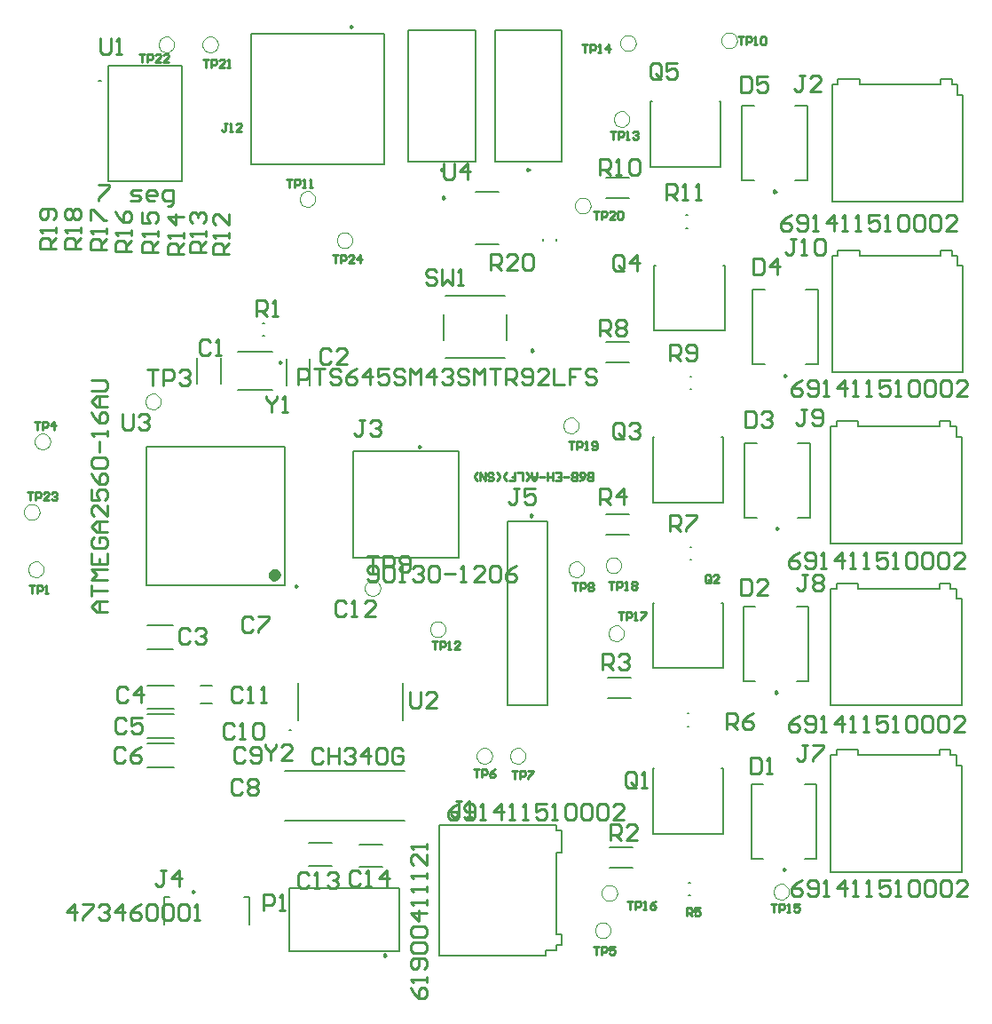
<source format=gbr>
G04*
G04 #@! TF.GenerationSoftware,Altium Limited,Altium Designer,24.6.1 (21)*
G04*
G04 Layer_Color=65535*
%FSLAX25Y25*%
%MOIN*%
G70*
G04*
G04 #@! TF.SameCoordinates,02B8DA6F-49FF-4BAE-8194-33363A00AC8D*
G04*
G04*
G04 #@! TF.FilePolarity,Positive*
G04*
G01*
G75*
%ADD10C,0.00984*%
%ADD11C,0.00394*%
%ADD12C,0.02362*%
%ADD13C,0.00787*%
%ADD14C,0.00500*%
%ADD15C,0.01000*%
D10*
X468492Y450661D02*
X467754Y451088D01*
Y450235D01*
X468492Y450661D01*
X534894Y397079D02*
X534156Y397505D01*
Y396653D01*
X534894Y397079D01*
X502394D02*
X501655Y397505D01*
Y396653D01*
X502394Y397079D01*
X535992Y267232D02*
X535254Y267658D01*
Y266806D01*
X535992Y267232D01*
X447610Y240721D02*
X446872Y241147D01*
Y240294D01*
X447610Y240721D01*
X503154Y386520D02*
X502415Y386946D01*
Y386093D01*
X503154Y386520D01*
X493933Y293071D02*
X493195Y293497D01*
Y292645D01*
X493933Y293071D01*
X480992Y102114D02*
X480254Y102540D01*
Y101688D01*
X480992Y102114D01*
X408988Y126035D02*
X408250Y126462D01*
Y125609D01*
X408988Y126035D01*
X536252Y329142D02*
X535514Y329568D01*
Y328715D01*
X536252Y329142D01*
X441744Y324650D02*
X441006Y325076D01*
Y324223D01*
X441744Y324650D01*
X627529Y388791D02*
X626791Y389217D01*
Y388365D01*
X627529Y388791D01*
X627992Y200791D02*
X627254Y201218D01*
Y200365D01*
X627992Y200791D01*
X630992Y134291D02*
X630254Y134718D01*
Y133865D01*
X630992Y134291D01*
X628492Y262291D02*
X627754Y262718D01*
Y261865D01*
X628492Y262291D01*
X631492Y319673D02*
X630754Y320099D01*
Y319247D01*
X631492Y319673D01*
D11*
X574953Y444500D02*
X574793Y445459D01*
X574330Y446314D01*
X573615Y446972D01*
X572725Y447362D01*
X571756Y447443D01*
X570814Y447204D01*
X570000Y446672D01*
X569403Y445905D01*
X569088Y444986D01*
Y444014D01*
X569403Y443095D01*
X570000Y442328D01*
X570814Y441796D01*
X571756Y441557D01*
X572725Y441638D01*
X573615Y442028D01*
X574330Y442686D01*
X574793Y443541D01*
X574953Y444500D01*
X632453Y126000D02*
X632293Y126959D01*
X631830Y127814D01*
X631115Y128472D01*
X630225Y128862D01*
X629256Y128943D01*
X628314Y128704D01*
X627500Y128172D01*
X626903Y127405D01*
X626587Y126486D01*
Y125514D01*
X626903Y124595D01*
X627500Y123828D01*
X628314Y123296D01*
X629256Y123057D01*
X630225Y123138D01*
X631115Y123528D01*
X631830Y124186D01*
X632293Y125041D01*
X632453Y126000D01*
X569453Y248500D02*
X569293Y249459D01*
X568830Y250314D01*
X568115Y250972D01*
X567225Y251362D01*
X566256Y251443D01*
X565314Y251204D01*
X564500Y250672D01*
X563903Y249905D01*
X563588Y248986D01*
Y248014D01*
X563903Y247095D01*
X564500Y246328D01*
X565314Y245796D01*
X566256Y245557D01*
X567225Y245638D01*
X568115Y246028D01*
X568830Y246686D01*
X569293Y247541D01*
X569453Y248500D01*
X570453Y223000D02*
X570293Y223959D01*
X569830Y224814D01*
X569115Y225472D01*
X568225Y225862D01*
X567256Y225943D01*
X566314Y225704D01*
X565500Y225172D01*
X564903Y224405D01*
X564587Y223486D01*
Y222514D01*
X564903Y221595D01*
X565500Y220828D01*
X566314Y220296D01*
X567256Y220057D01*
X568225Y220138D01*
X569115Y220528D01*
X569830Y221186D01*
X570293Y222041D01*
X570453Y223000D01*
X567953Y125500D02*
X567793Y126459D01*
X567330Y127314D01*
X566615Y127972D01*
X565725Y128362D01*
X564756Y128443D01*
X563814Y128204D01*
X563000Y127672D01*
X562403Y126905D01*
X562087Y125986D01*
Y125014D01*
X562403Y124095D01*
X563000Y123328D01*
X563814Y122796D01*
X564756Y122557D01*
X565725Y122638D01*
X566615Y123028D01*
X567330Y123686D01*
X567793Y124541D01*
X567953Y125500D01*
X557953Y383500D02*
X557793Y384459D01*
X557330Y385314D01*
X556615Y385972D01*
X555725Y386362D01*
X554756Y386443D01*
X553814Y386204D01*
X553000Y385672D01*
X552403Y384905D01*
X552087Y383986D01*
Y383014D01*
X552403Y382095D01*
X553000Y381328D01*
X553814Y380796D01*
X554756Y380557D01*
X555725Y380638D01*
X556615Y381028D01*
X557330Y381686D01*
X557793Y382541D01*
X557953Y383500D01*
X553453Y301000D02*
X553293Y301959D01*
X552830Y302814D01*
X552115Y303472D01*
X551225Y303862D01*
X550256Y303943D01*
X549314Y303704D01*
X548500Y303172D01*
X547903Y302405D01*
X547587Y301486D01*
Y300514D01*
X547903Y299595D01*
X548500Y298828D01*
X549314Y298296D01*
X550256Y298057D01*
X551225Y298138D01*
X552115Y298528D01*
X552830Y299186D01*
X553293Y300041D01*
X553453Y301000D01*
X520953Y177000D02*
X520793Y177959D01*
X520330Y178814D01*
X519615Y179472D01*
X518725Y179862D01*
X517756Y179943D01*
X516814Y179704D01*
X516000Y179172D01*
X515403Y178405D01*
X515088Y177486D01*
Y176514D01*
X515403Y175595D01*
X516000Y174828D01*
X516814Y174296D01*
X517756Y174057D01*
X518725Y174138D01*
X519615Y174528D01*
X520330Y175186D01*
X520793Y176041D01*
X520953Y177000D01*
X533453D02*
X533293Y177959D01*
X532830Y178814D01*
X532115Y179472D01*
X531225Y179862D01*
X530256Y179943D01*
X529314Y179704D01*
X528500Y179172D01*
X527903Y178405D01*
X527588Y177486D01*
Y176514D01*
X527903Y175595D01*
X528500Y174828D01*
X529314Y174296D01*
X530256Y174057D01*
X531225Y174138D01*
X532115Y174528D01*
X532830Y175186D01*
X533293Y176041D01*
X533453Y177000D01*
X555453Y247000D02*
X555293Y247959D01*
X554830Y248814D01*
X554115Y249472D01*
X553225Y249862D01*
X552256Y249943D01*
X551314Y249704D01*
X550500Y249172D01*
X549903Y248405D01*
X549587Y247486D01*
Y246514D01*
X549903Y245595D01*
X550500Y244828D01*
X551314Y244296D01*
X552256Y244057D01*
X553225Y244138D01*
X554115Y244528D01*
X554830Y245186D01*
X555293Y246041D01*
X555453Y247000D01*
X454453Y386000D02*
X454293Y386959D01*
X453830Y387814D01*
X453115Y388472D01*
X452225Y388862D01*
X451256Y388943D01*
X450314Y388704D01*
X449500Y388172D01*
X448903Y387405D01*
X448588Y386486D01*
Y385514D01*
X448903Y384595D01*
X449500Y383828D01*
X450314Y383296D01*
X451256Y383057D01*
X452225Y383138D01*
X453115Y383528D01*
X453830Y384186D01*
X454293Y385041D01*
X454453Y386000D01*
X612953Y445500D02*
X612793Y446459D01*
X612330Y447314D01*
X611615Y447972D01*
X610725Y448362D01*
X609756Y448443D01*
X608814Y448204D01*
X608000Y447672D01*
X607403Y446905D01*
X607088Y445986D01*
Y445014D01*
X607403Y444095D01*
X608000Y443328D01*
X608814Y442796D01*
X609756Y442557D01*
X610725Y442638D01*
X611615Y443028D01*
X612330Y443686D01*
X612793Y444541D01*
X612953Y445500D01*
X478953Y240000D02*
X478793Y240959D01*
X478330Y241814D01*
X477615Y242472D01*
X476725Y242862D01*
X475756Y242943D01*
X474814Y242704D01*
X474000Y242172D01*
X473403Y241405D01*
X473088Y240486D01*
Y239514D01*
X473403Y238595D01*
X474000Y237828D01*
X474814Y237296D01*
X475756Y237057D01*
X476725Y237138D01*
X477615Y237528D01*
X478330Y238186D01*
X478793Y239041D01*
X478953Y240000D01*
X503453Y224500D02*
X503293Y225459D01*
X502830Y226314D01*
X502115Y226972D01*
X501225Y227362D01*
X500256Y227443D01*
X499314Y227204D01*
X498500Y226672D01*
X497903Y225905D01*
X497587Y224986D01*
Y224014D01*
X497903Y223095D01*
X498500Y222328D01*
X499314Y221796D01*
X500256Y221557D01*
X501225Y221638D01*
X502115Y222028D01*
X502830Y222686D01*
X503293Y223541D01*
X503453Y224500D01*
X572453Y416000D02*
X572293Y416959D01*
X571830Y417814D01*
X571115Y418472D01*
X570225Y418862D01*
X569256Y418943D01*
X568314Y418704D01*
X567500Y418172D01*
X566903Y417405D01*
X566587Y416486D01*
Y415514D01*
X566903Y414595D01*
X567500Y413828D01*
X568314Y413296D01*
X569256Y413057D01*
X570225Y413138D01*
X571115Y413528D01*
X571830Y414186D01*
X572293Y415041D01*
X572453Y416000D01*
X396453Y310000D02*
X396293Y310959D01*
X395830Y311814D01*
X395115Y312472D01*
X394225Y312862D01*
X393256Y312943D01*
X392314Y312704D01*
X391500Y312172D01*
X390903Y311405D01*
X390587Y310486D01*
Y309514D01*
X390903Y308595D01*
X391500Y307828D01*
X392314Y307296D01*
X393256Y307057D01*
X394225Y307138D01*
X395115Y307528D01*
X395830Y308186D01*
X396293Y309041D01*
X396453Y310000D01*
X354953Y295000D02*
X354793Y295959D01*
X354330Y296814D01*
X353615Y297472D01*
X352725Y297862D01*
X351756Y297943D01*
X350814Y297704D01*
X350000Y297172D01*
X349403Y296405D01*
X349088Y295486D01*
Y294514D01*
X349403Y293595D01*
X350000Y292828D01*
X350814Y292296D01*
X351756Y292057D01*
X352725Y292138D01*
X353615Y292528D01*
X354330Y293186D01*
X354793Y294041D01*
X354953Y295000D01*
X565453Y111500D02*
X565293Y112459D01*
X564830Y113314D01*
X564115Y113972D01*
X563225Y114362D01*
X562256Y114443D01*
X561314Y114204D01*
X560500Y113672D01*
X559903Y112905D01*
X559587Y111986D01*
Y111014D01*
X559903Y110095D01*
X560500Y109328D01*
X561314Y108796D01*
X562256Y108557D01*
X563225Y108638D01*
X564115Y109028D01*
X564830Y109686D01*
X565293Y110541D01*
X565453Y111500D01*
X417953Y444000D02*
X417793Y444959D01*
X417330Y445814D01*
X416615Y446472D01*
X415725Y446862D01*
X414756Y446943D01*
X413814Y446704D01*
X413000Y446172D01*
X412403Y445405D01*
X412087Y444486D01*
Y443514D01*
X412403Y442595D01*
X413000Y441828D01*
X413814Y441296D01*
X414756Y441057D01*
X415725Y441138D01*
X416615Y441528D01*
X417330Y442186D01*
X417793Y443041D01*
X417953Y444000D01*
X401453D02*
X401293Y444959D01*
X400830Y445814D01*
X400115Y446472D01*
X399225Y446862D01*
X398256Y446943D01*
X397314Y446704D01*
X396500Y446172D01*
X395903Y445405D01*
X395587Y444486D01*
Y443514D01*
X395903Y442595D01*
X396500Y441828D01*
X397314Y441296D01*
X398256Y441057D01*
X399225Y441138D01*
X400115Y441528D01*
X400830Y442186D01*
X401293Y443041D01*
X401453Y444000D01*
X350953Y268500D02*
X350793Y269459D01*
X350330Y270314D01*
X349615Y270972D01*
X348725Y271362D01*
X347756Y271443D01*
X346814Y271204D01*
X346000Y270672D01*
X345403Y269905D01*
X345088Y268986D01*
Y268014D01*
X345403Y267095D01*
X346000Y266328D01*
X346814Y265796D01*
X347756Y265557D01*
X348725Y265638D01*
X349615Y266028D01*
X350330Y266686D01*
X350793Y267541D01*
X350953Y268500D01*
X468453Y370500D02*
X468293Y371459D01*
X467830Y372314D01*
X467115Y372972D01*
X466225Y373362D01*
X465256Y373443D01*
X464314Y373204D01*
X463500Y372672D01*
X462903Y371905D01*
X462587Y370986D01*
Y370014D01*
X462903Y369095D01*
X463500Y368328D01*
X464314Y367796D01*
X465256Y367557D01*
X466225Y367638D01*
X467115Y368028D01*
X467830Y368686D01*
X468293Y369541D01*
X468453Y370500D01*
X352453Y247000D02*
X352293Y247959D01*
X351830Y248814D01*
X351115Y249472D01*
X350225Y249862D01*
X349256Y249943D01*
X348314Y249704D01*
X347500Y249172D01*
X346903Y248405D01*
X346587Y247486D01*
Y246514D01*
X346903Y245595D01*
X347500Y244828D01*
X348314Y244296D01*
X349256Y244057D01*
X350225Y244138D01*
X351115Y244528D01*
X351830Y245186D01*
X352293Y246041D01*
X352453Y247000D01*
D12*
X440228Y244953D02*
X439784Y245876D01*
X438784Y246104D01*
X437983Y245465D01*
Y244440D01*
X438784Y243801D01*
X439784Y244029D01*
X440228Y244953D01*
D13*
X373965Y430248D02*
X373177D01*
X373965D01*
X445413Y186673D02*
X444626D01*
X445413D01*
X648029Y195885D02*
Y239822D01*
Y195885D02*
X697241D01*
Y235885D01*
X648029Y239822D02*
X650194D01*
Y241791D01*
X658462D01*
Y239822D02*
Y241791D01*
X695273Y235885D02*
X697241D01*
X695273D02*
Y239822D01*
X693107D02*
X695273D01*
X693107D02*
Y241791D01*
X688974D02*
X693107D01*
X688974Y239822D02*
Y241791D01*
X658462Y239822D02*
X688974D01*
X658462Y300598D02*
X688974D01*
Y302567D01*
X693107D01*
Y300598D02*
Y302567D01*
Y300598D02*
X695273D01*
Y296661D02*
Y300598D01*
Y296661D02*
X697241D01*
X658462Y300598D02*
Y302566D01*
X650194D02*
X658462D01*
X650194Y300598D02*
Y302566D01*
X648029Y300598D02*
X650194D01*
X697241Y256661D02*
Y296661D01*
X648029Y256661D02*
X697241D01*
X648029D02*
Y300598D01*
X648565Y320885D02*
Y364822D01*
Y320885D02*
X697778D01*
Y360885D01*
X648565Y364822D02*
X650731D01*
Y366791D01*
X658998D01*
Y364822D02*
Y366791D01*
X695809Y360885D02*
X697778D01*
X695809D02*
Y364822D01*
X693644D02*
X695809D01*
X693644D02*
Y366791D01*
X689510D02*
X693644D01*
X689510Y364822D02*
Y366791D01*
X658998Y364822D02*
X689510D01*
X648565Y385161D02*
Y429098D01*
Y385161D02*
X697778D01*
Y425161D01*
X648565Y429098D02*
X650731D01*
Y431066D01*
X658998D01*
Y429098D02*
Y431066D01*
X695809Y425161D02*
X697778D01*
X695809D02*
Y429098D01*
X693644D02*
X695809D01*
X693644D02*
Y431067D01*
X689510D02*
X693644D01*
X689510Y429098D02*
Y431067D01*
X658998Y429098D02*
X689510D01*
X480500Y398890D02*
Y448102D01*
X430501Y398890D02*
X480499D01*
X430501D02*
Y448102D01*
X480500D01*
X521902Y449342D02*
X547098D01*
X521902Y400130D02*
Y449342D01*
Y400130D02*
X547098D01*
Y449342D01*
X489402D02*
X514598D01*
X489402Y400130D02*
Y449342D01*
Y400130D02*
X514598D01*
Y449342D01*
X581252Y209974D02*
Y234463D01*
Y209974D02*
X607748D01*
Y234463D01*
X607176D02*
X607748D01*
X581252D02*
X581824D01*
X526839Y264870D02*
X541799D01*
X526839Y195972D02*
Y264870D01*
Y195972D02*
X541799D01*
Y264870D01*
X411429Y196653D02*
X415760D01*
X411429Y203346D02*
X415760D01*
X563669Y386311D02*
X572331D01*
X563669Y393989D02*
X572331D01*
X442984Y241016D02*
Y292984D01*
X391016Y241016D02*
Y292984D01*
Y241016D02*
X442984D01*
X391016Y292984D02*
X442984D01*
X544961Y370364D02*
Y370936D01*
X540039Y370364D02*
Y370936D01*
X514669Y369158D02*
X523331D01*
X514669Y388843D02*
X523331D01*
X508224Y251201D02*
Y291201D01*
X468657Y251201D02*
X508224D01*
X468657D02*
Y291201D01*
X508224D01*
X501032Y151106D02*
X544969D01*
X501032Y101894D02*
Y151106D01*
Y101894D02*
X541032D01*
X544969Y148941D02*
Y151106D01*
Y148941D02*
X546937D01*
Y140673D02*
Y148941D01*
X544969Y140673D02*
X546937D01*
X541032Y101894D02*
Y103862D01*
X544969D01*
Y106028D01*
X546937D01*
Y110161D01*
X544969D02*
X546937D01*
X544969D02*
Y140673D01*
X444831Y103787D02*
Y127213D01*
X486169D01*
Y103787D02*
Y127213D01*
X444831Y103787D02*
X486169D01*
X564295Y206339D02*
X572957D01*
X564295Y198661D02*
X572957D01*
X565169Y142839D02*
X573831D01*
X565169Y135161D02*
X573831D01*
X452122Y144232D02*
X460783D01*
X452122Y135768D02*
X460783D01*
X471169Y135268D02*
X479831D01*
X471169Y143732D02*
X479831D01*
X397787Y124067D02*
X399638D01*
X427787D02*
X429638D01*
Y113535D02*
Y124067D01*
X397787Y113535D02*
Y124067D01*
X391493Y192634D02*
X401359D01*
X391493Y183776D02*
X401359D01*
X391493Y203429D02*
X401359D01*
X391493Y194571D02*
X401359D01*
X391209Y225929D02*
X401076D01*
X391209Y217071D02*
X401076D01*
X503378Y326189D02*
X525622D01*
X502689Y333177D02*
Y342823D01*
X503378Y349811D02*
X525622D01*
X526311Y333177D02*
Y342823D01*
X425504Y314413D02*
X438496D01*
X425504Y328587D02*
X438496D01*
X434669Y334539D02*
X435457D01*
X434669Y339461D02*
X435457D01*
X443630Y316047D02*
Y325914D01*
X452488Y316047D02*
Y325914D01*
X418929Y316567D02*
Y326433D01*
X410071Y316567D02*
Y326433D01*
X391493Y181665D02*
X401360D01*
X391493Y172807D02*
X401360D01*
X581252Y172223D02*
X581824D01*
X607176D02*
X607748D01*
Y147735D02*
Y172223D01*
X581252Y147735D02*
X607748D01*
X581252D02*
Y172223D01*
X594214Y188039D02*
X594786D01*
X594214Y192961D02*
X594786D01*
X595214Y250539D02*
X595786D01*
X595214Y255461D02*
X595786D01*
X581252Y296605D02*
X581824D01*
X607176D02*
X607748D01*
Y272117D02*
Y296605D01*
X581252Y272117D02*
X607748D01*
X581252D02*
Y296605D01*
X581789Y361105D02*
X582360D01*
X607713D02*
X608285D01*
Y336617D02*
Y361105D01*
X581789Y336617D02*
X608285D01*
X581789D02*
Y361105D01*
X593751Y375039D02*
X594322D01*
X593751Y379961D02*
X594322D01*
X580289Y422605D02*
X580860D01*
X606213D02*
X606785D01*
Y398117D02*
Y422605D01*
X580289Y398117D02*
X606785D01*
X580289D02*
Y422605D01*
X614793Y393004D02*
Y420996D01*
X634812D02*
X639281D01*
X614793D02*
X619261D01*
X639281Y393004D02*
Y420996D01*
X634812Y393004D02*
X639281D01*
X614793D02*
X619261D01*
X615256Y205004D02*
Y232996D01*
X635276D02*
X639744D01*
X615256D02*
X619724D01*
X639744Y205004D02*
Y232996D01*
X635276Y205004D02*
X639744D01*
X615256D02*
X619724D01*
X618256Y138504D02*
Y166496D01*
X638276D02*
X642744D01*
X618256D02*
X622724D01*
X642744Y138504D02*
Y166496D01*
X638276Y138504D02*
X642744D01*
X618256D02*
X622724D01*
X648029Y133385D02*
Y177322D01*
Y133385D02*
X697241D01*
Y173385D01*
X648029Y177322D02*
X650194D01*
Y179291D01*
X658462D01*
Y177322D02*
Y179291D01*
X695273Y173385D02*
X697241D01*
X695273D02*
Y177322D01*
X693107D02*
X695273D01*
X693107D02*
Y179291D01*
X688974D02*
X693107D01*
X688974Y177322D02*
Y179291D01*
X658462Y177322D02*
X688974D01*
X594714Y124539D02*
X595286D01*
X594714Y129461D02*
X595286D01*
X563669Y332489D02*
X572331D01*
X563669Y324811D02*
X572331D01*
X615756Y266504D02*
X620224D01*
X635776D02*
X640244D01*
Y294496D01*
X615756D02*
X620224D01*
X635776D02*
X640244D01*
X615756Y266504D02*
Y294496D01*
X563669Y260161D02*
X572331D01*
X563669Y267839D02*
X572331D01*
X618756Y323886D02*
X623224D01*
X638776D02*
X643244D01*
Y351878D01*
X618756D02*
X623224D01*
X638776D02*
X643244D01*
X618756Y323886D02*
Y351878D01*
X595214Y319461D02*
X595786D01*
X595214Y314539D02*
X595786D01*
D14*
X376524Y436154D02*
X404476D01*
Y392846D02*
Y436154D01*
X376524Y392846D02*
X404476D01*
X376524D02*
Y436154D01*
X443059Y152748D02*
X487941D01*
X443059Y171252D02*
X487941D01*
X487362Y190512D02*
Y204488D01*
X447992Y190512D02*
Y204488D01*
D15*
X636509Y191999D02*
X634510Y190999D01*
X632511Y189000D01*
Y187001D01*
X633510Y186001D01*
X635510D01*
X636509Y187001D01*
Y188000D01*
X635510Y189000D01*
X632511D01*
X638509Y187001D02*
X639508Y186001D01*
X641508D01*
X642507Y187001D01*
Y190999D01*
X641508Y191999D01*
X639508D01*
X638509Y190999D01*
Y190000D01*
X639508Y189000D01*
X642507D01*
X644507Y186001D02*
X646506D01*
X645506D01*
Y191999D01*
X644507Y190999D01*
X652504Y186001D02*
Y191999D01*
X649505Y189000D01*
X653504D01*
X655503Y186001D02*
X657503D01*
X656503D01*
Y191999D01*
X655503Y190999D01*
X660502Y186001D02*
X662501D01*
X661501D01*
Y191999D01*
X660502Y190999D01*
X669499Y191999D02*
X665500D01*
Y189000D01*
X667499Y190000D01*
X668499D01*
X669499Y189000D01*
Y187001D01*
X668499Y186001D01*
X666500D01*
X665500Y187001D01*
X671498Y186001D02*
X673497D01*
X672498D01*
Y191999D01*
X671498Y190999D01*
X676496D02*
X677496Y191999D01*
X679495D01*
X680495Y190999D01*
Y187001D01*
X679495Y186001D01*
X677496D01*
X676496Y187001D01*
Y190999D01*
X682494D02*
X683494Y191999D01*
X685494D01*
X686493Y190999D01*
Y187001D01*
X685494Y186001D01*
X683494D01*
X682494Y187001D01*
Y190999D01*
X688493D02*
X689492Y191999D01*
X691492D01*
X692491Y190999D01*
Y187001D01*
X691492Y186001D01*
X689492D01*
X688493Y187001D01*
Y190999D01*
X698489Y186001D02*
X694491D01*
X698489Y190000D01*
Y190999D01*
X697490Y191999D01*
X695490D01*
X694491Y190999D01*
X639500Y244999D02*
X637501D01*
X638501D01*
Y240001D01*
X637501Y239001D01*
X636501D01*
X635502Y240001D01*
X641500Y243999D02*
X642499Y244999D01*
X644499D01*
X645498Y243999D01*
Y243000D01*
X644499Y242000D01*
X645498Y241000D01*
Y240001D01*
X644499Y239001D01*
X642499D01*
X641500Y240001D01*
Y241000D01*
X642499Y242000D01*
X641500Y243000D01*
Y243999D01*
X642499Y242000D02*
X644499D01*
X636509Y253499D02*
X634510Y252499D01*
X632511Y250500D01*
Y248501D01*
X633510Y247501D01*
X635510D01*
X636509Y248501D01*
Y249500D01*
X635510Y250500D01*
X632511D01*
X638509Y248501D02*
X639508Y247501D01*
X641508D01*
X642507Y248501D01*
Y252499D01*
X641508Y253499D01*
X639508D01*
X638509Y252499D01*
Y251500D01*
X639508Y250500D01*
X642507D01*
X644507Y247501D02*
X646506D01*
X645506D01*
Y253499D01*
X644507Y252499D01*
X652504Y247501D02*
Y253499D01*
X649505Y250500D01*
X653504D01*
X655503Y247501D02*
X657503D01*
X656503D01*
Y253499D01*
X655503Y252499D01*
X660502Y247501D02*
X662501D01*
X661501D01*
Y253499D01*
X660502Y252499D01*
X669499Y253499D02*
X665500D01*
Y250500D01*
X667499Y251500D01*
X668499D01*
X669499Y250500D01*
Y248501D01*
X668499Y247501D01*
X666500D01*
X665500Y248501D01*
X671498Y247501D02*
X673497D01*
X672498D01*
Y253499D01*
X671498Y252499D01*
X676496D02*
X677496Y253499D01*
X679495D01*
X680495Y252499D01*
Y248501D01*
X679495Y247501D01*
X677496D01*
X676496Y248501D01*
Y252499D01*
X682494D02*
X683494Y253499D01*
X685494D01*
X686493Y252499D01*
Y248501D01*
X685494Y247501D01*
X683494D01*
X682494Y248501D01*
Y252499D01*
X688493D02*
X689492Y253499D01*
X691492D01*
X692491Y252499D01*
Y248501D01*
X691492Y247501D01*
X689492D01*
X688493Y248501D01*
Y252499D01*
X698489Y247501D02*
X694491D01*
X698489Y251500D01*
Y252499D01*
X697490Y253499D01*
X695490D01*
X694491Y252499D01*
X639000Y306999D02*
X637001D01*
X638001D01*
Y302001D01*
X637001Y301001D01*
X636001D01*
X635002Y302001D01*
X641000D02*
X641999Y301001D01*
X643999D01*
X644998Y302001D01*
Y305999D01*
X643999Y306999D01*
X641999D01*
X641000Y305999D01*
Y305000D01*
X641999Y304000D01*
X644998D01*
X637509Y317999D02*
X635510Y316999D01*
X633511Y315000D01*
Y313001D01*
X634510Y312001D01*
X636510D01*
X637509Y313001D01*
Y314000D01*
X636510Y315000D01*
X633511D01*
X639509Y313001D02*
X640508Y312001D01*
X642508D01*
X643507Y313001D01*
Y316999D01*
X642508Y317999D01*
X640508D01*
X639509Y316999D01*
Y316000D01*
X640508Y315000D01*
X643507D01*
X645507Y312001D02*
X647506D01*
X646507D01*
Y317999D01*
X645507Y316999D01*
X653504Y312001D02*
Y317999D01*
X650505Y315000D01*
X654504D01*
X656503Y312001D02*
X658503D01*
X657503D01*
Y317999D01*
X656503Y316999D01*
X661502Y312001D02*
X663501D01*
X662501D01*
Y317999D01*
X661502Y316999D01*
X670499Y317999D02*
X666500D01*
Y315000D01*
X668499Y316000D01*
X669499D01*
X670499Y315000D01*
Y313001D01*
X669499Y312001D01*
X667500D01*
X666500Y313001D01*
X672498Y312001D02*
X674497D01*
X673498D01*
Y317999D01*
X672498Y316999D01*
X677496D02*
X678496Y317999D01*
X680496D01*
X681495Y316999D01*
Y313001D01*
X680496Y312001D01*
X678496D01*
X677496Y313001D01*
Y316999D01*
X683495D02*
X684494Y317999D01*
X686493D01*
X687493Y316999D01*
Y313001D01*
X686493Y312001D01*
X684494D01*
X683495Y313001D01*
Y316999D01*
X689493D02*
X690492Y317999D01*
X692492D01*
X693491Y316999D01*
Y313001D01*
X692492Y312001D01*
X690492D01*
X689493Y313001D01*
Y316999D01*
X699489Y312001D02*
X695491D01*
X699489Y316000D01*
Y316999D01*
X698490Y317999D01*
X696490D01*
X695491Y316999D01*
X635001Y370999D02*
X633002D01*
X634001D01*
Y366001D01*
X633002Y365001D01*
X632002D01*
X631002Y366001D01*
X637001Y365001D02*
X639000D01*
X638000D01*
Y370999D01*
X637001Y369999D01*
X641999D02*
X642999Y370999D01*
X644998D01*
X645998Y369999D01*
Y366001D01*
X644998Y365001D01*
X642999D01*
X641999Y366001D01*
Y369999D01*
X633509Y379999D02*
X631510Y378999D01*
X629511Y377000D01*
Y375001D01*
X630510Y374001D01*
X632510D01*
X633509Y375001D01*
Y376000D01*
X632510Y377000D01*
X629511D01*
X635509Y375001D02*
X636508Y374001D01*
X638508D01*
X639507Y375001D01*
Y378999D01*
X638508Y379999D01*
X636508D01*
X635509Y378999D01*
Y378000D01*
X636508Y377000D01*
X639507D01*
X641507Y374001D02*
X643506D01*
X642507D01*
Y379999D01*
X641507Y378999D01*
X649504Y374001D02*
Y379999D01*
X646505Y377000D01*
X650504D01*
X652503Y374001D02*
X654503D01*
X653503D01*
Y379999D01*
X652503Y378999D01*
X657502Y374001D02*
X659501D01*
X658501D01*
Y379999D01*
X657502Y378999D01*
X666499Y379999D02*
X662500D01*
Y377000D01*
X664499Y378000D01*
X665499D01*
X666499Y377000D01*
Y375001D01*
X665499Y374001D01*
X663500D01*
X662500Y375001D01*
X668498Y374001D02*
X670497D01*
X669498D01*
Y379999D01*
X668498Y378999D01*
X673496D02*
X674496Y379999D01*
X676496D01*
X677495Y378999D01*
Y375001D01*
X676496Y374001D01*
X674496D01*
X673496Y375001D01*
Y378999D01*
X679494D02*
X680494Y379999D01*
X682493D01*
X683493Y378999D01*
Y375001D01*
X682493Y374001D01*
X680494D01*
X679494Y375001D01*
Y378999D01*
X685493D02*
X686492Y379999D01*
X688492D01*
X689491Y378999D01*
Y375001D01*
X688492Y374001D01*
X686492D01*
X685493Y375001D01*
Y378999D01*
X695489Y374001D02*
X691491D01*
X695489Y378000D01*
Y378999D01*
X694490Y379999D01*
X692490D01*
X691491Y378999D01*
X638500Y432499D02*
X636501D01*
X637501D01*
Y427501D01*
X636501Y426501D01*
X635501D01*
X634502Y427501D01*
X644498Y426501D02*
X640500D01*
X644498Y430500D01*
Y431499D01*
X643499Y432499D01*
X641499D01*
X640500Y431499D01*
X421251Y414500D02*
X420251D01*
X420751D01*
Y412000D01*
X420251Y411501D01*
X419751D01*
X419251Y412000D01*
X422250Y411501D02*
X423250D01*
X422750D01*
Y414500D01*
X422250Y414000D01*
X426749Y411501D02*
X424749D01*
X426749Y413500D01*
Y414000D01*
X426249Y414500D01*
X425249D01*
X424749Y414000D01*
X603000Y242500D02*
Y244500D01*
X602500Y245000D01*
X601501D01*
X601001Y244500D01*
Y242500D01*
X601501Y242001D01*
X602500D01*
X602001Y243000D02*
X603000Y242001D01*
X602500D02*
X603000Y242500D01*
X605999Y242001D02*
X604000D01*
X605999Y244000D01*
Y244500D01*
X605499Y245000D01*
X604500D01*
X604000Y244500D01*
X558703Y280233D02*
Y283232D01*
X557204D01*
X556704Y282732D01*
Y282232D01*
X557204Y281732D01*
X558703D01*
X557204D01*
X556704Y281232D01*
Y280732D01*
X557204Y280233D01*
X558703D01*
X553705D02*
X554705Y280732D01*
X555704Y281732D01*
Y282732D01*
X555205Y283232D01*
X554205D01*
X553705Y282732D01*
Y282232D01*
X554205Y281732D01*
X555704D01*
X552705Y280233D02*
Y283232D01*
X551206D01*
X550706Y282732D01*
Y282232D01*
X551206Y281732D01*
X552705D01*
X551206D01*
X550706Y281232D01*
Y280732D01*
X551206Y280233D01*
X552705D01*
X549706Y281732D02*
X547707D01*
X544708Y280233D02*
X546707D01*
Y283232D01*
X544708D01*
X546707Y281732D02*
X545708D01*
X543708Y280233D02*
Y283232D01*
Y281732D01*
X541709D01*
Y280233D01*
Y283232D01*
X540709Y281732D02*
X538710D01*
X537710Y283232D02*
Y281232D01*
X536711Y280233D01*
X535711Y281232D01*
Y283232D01*
Y281732D01*
X537710D01*
X533711Y283232D02*
X534711Y282232D01*
Y281232D01*
X533711Y280233D01*
X532212D02*
Y283232D01*
X530213D01*
X527214Y280233D02*
X529213D01*
Y281732D01*
X528213D01*
X529213D01*
Y283232D01*
X526214D02*
X525214Y282232D01*
Y281232D01*
X526214Y280233D01*
X522715Y283232D02*
X523715Y282232D01*
Y281232D01*
X522715Y280233D01*
X519216Y280732D02*
X519716Y280233D01*
X520716D01*
X521216Y280732D01*
Y281232D01*
X520716Y281732D01*
X519716D01*
X519216Y282232D01*
Y282732D01*
X519716Y283232D01*
X520716D01*
X521216Y282732D01*
X518217Y283232D02*
Y280233D01*
X516217Y283232D01*
Y280233D01*
X515217Y283232D02*
X514218Y282232D01*
Y281232D01*
X515217Y280233D01*
X531099Y277198D02*
X529099D01*
X530099D01*
Y272200D01*
X529099Y271200D01*
X528100D01*
X527100Y272200D01*
X537097Y277198D02*
X533098D01*
Y274199D01*
X535097Y275199D01*
X536097D01*
X537097Y274199D01*
Y272200D01*
X536097Y271200D01*
X534098D01*
X533098Y272200D01*
X461002Y365000D02*
X463001D01*
X462002D01*
Y362000D01*
X464001D02*
Y365000D01*
X465500D01*
X466000Y364500D01*
Y363500D01*
X465500Y363000D01*
X464001D01*
X468999Y362000D02*
X467000D01*
X468999Y364000D01*
Y364500D01*
X468499Y365000D01*
X467500D01*
X467000Y364500D01*
X471498Y362000D02*
Y365000D01*
X469999Y363500D01*
X471998D01*
X346502Y275999D02*
X348501D01*
X347501D01*
Y273001D01*
X349501D02*
Y275999D01*
X351000D01*
X351500Y275500D01*
Y274500D01*
X351000Y274000D01*
X349501D01*
X354499Y273001D02*
X352500D01*
X354499Y275000D01*
Y275500D01*
X353999Y275999D01*
X353000D01*
X352500Y275500D01*
X355499D02*
X355999Y275999D01*
X356998D01*
X357498Y275500D01*
Y275000D01*
X356998Y274500D01*
X356499D01*
X356998D01*
X357498Y274000D01*
Y273500D01*
X356998Y273001D01*
X355999D01*
X355499Y273500D01*
X388502Y440499D02*
X390501D01*
X389502D01*
Y437500D01*
X391501D02*
Y440499D01*
X393000D01*
X393500Y440000D01*
Y439000D01*
X393000Y438500D01*
X391501D01*
X396499Y437500D02*
X394500D01*
X396499Y439500D01*
Y440000D01*
X395999Y440499D01*
X395000D01*
X394500Y440000D01*
X399498Y437500D02*
X397499D01*
X399498Y439500D01*
Y440000D01*
X398998Y440499D01*
X397999D01*
X397499Y440000D01*
X412502Y438499D02*
X414501D01*
X413501D01*
Y435500D01*
X415501D02*
Y438499D01*
X417000D01*
X417500Y438000D01*
Y437000D01*
X417000Y436500D01*
X415501D01*
X420499Y435500D02*
X418500D01*
X420499Y437500D01*
Y438000D01*
X419999Y438499D01*
X418999D01*
X418500Y438000D01*
X421499Y435500D02*
X422498D01*
X421999D01*
Y438499D01*
X421499Y438000D01*
X559002Y381500D02*
X561001D01*
X560002D01*
Y378501D01*
X562001D02*
Y381500D01*
X563500D01*
X564000Y381000D01*
Y380000D01*
X563500Y379500D01*
X562001D01*
X566999Y378501D02*
X565000D01*
X566999Y380500D01*
Y381000D01*
X566499Y381500D01*
X565500D01*
X565000Y381000D01*
X567999D02*
X568499Y381500D01*
X569498D01*
X569998Y381000D01*
Y379000D01*
X569498Y378501D01*
X568499D01*
X567999Y379000D01*
Y381000D01*
X549752Y295000D02*
X551751D01*
X550751D01*
Y292001D01*
X552751D02*
Y295000D01*
X554250D01*
X554750Y294500D01*
Y293500D01*
X554250Y293000D01*
X552751D01*
X555750Y292001D02*
X556749D01*
X556250D01*
Y295000D01*
X555750Y294500D01*
X558249Y292500D02*
X558749Y292001D01*
X559749D01*
X560248Y292500D01*
Y294500D01*
X559749Y295000D01*
X558749D01*
X558249Y294500D01*
Y294000D01*
X558749Y293500D01*
X560248D01*
X564752Y242499D02*
X566751D01*
X565751D01*
Y239500D01*
X567751D02*
Y242499D01*
X569250D01*
X569750Y242000D01*
Y241000D01*
X569250Y240500D01*
X567751D01*
X570750Y239500D02*
X571749D01*
X571250D01*
Y242499D01*
X570750Y242000D01*
X573249D02*
X573749Y242499D01*
X574749D01*
X575248Y242000D01*
Y241500D01*
X574749Y241000D01*
X575248Y240500D01*
Y240000D01*
X574749Y239500D01*
X573749D01*
X573249Y240000D01*
Y240500D01*
X573749Y241000D01*
X573249Y241500D01*
Y242000D01*
X573749Y241000D02*
X574749D01*
X568252Y230999D02*
X570251D01*
X569251D01*
Y228000D01*
X571251D02*
Y230999D01*
X572750D01*
X573250Y230500D01*
Y229500D01*
X572750Y229000D01*
X571251D01*
X574250Y228000D02*
X575249D01*
X574750D01*
Y230999D01*
X574250Y230500D01*
X576749Y230999D02*
X578748D01*
Y230500D01*
X576749Y228500D01*
Y228000D01*
X571752Y122500D02*
X573751D01*
X572751D01*
Y119501D01*
X574751D02*
Y122500D01*
X576250D01*
X576750Y122000D01*
Y121000D01*
X576250Y120500D01*
X574751D01*
X577750Y119501D02*
X578749D01*
X578250D01*
Y122500D01*
X577750Y122000D01*
X582248Y122500D02*
X581249Y122000D01*
X580249Y121000D01*
Y120000D01*
X580749Y119501D01*
X581748D01*
X582248Y120000D01*
Y120500D01*
X581748Y121000D01*
X580249D01*
X625752Y121500D02*
X627751D01*
X626751D01*
Y118500D01*
X628751D02*
Y121500D01*
X630250D01*
X630750Y121000D01*
Y120000D01*
X630250Y119500D01*
X628751D01*
X631750Y118500D02*
X632749D01*
X632250D01*
Y121500D01*
X631750Y121000D01*
X636248Y121500D02*
X634249D01*
Y120000D01*
X635249Y120500D01*
X635748D01*
X636248Y120000D01*
Y119000D01*
X635748Y118500D01*
X634749D01*
X634249Y119000D01*
X554752Y443999D02*
X556751D01*
X555751D01*
Y441001D01*
X557751D02*
Y443999D01*
X559250D01*
X559750Y443500D01*
Y442500D01*
X559250Y442000D01*
X557751D01*
X560750Y441001D02*
X561749D01*
X561250D01*
Y443999D01*
X560750Y443500D01*
X564748Y441001D02*
Y443999D01*
X563249Y442500D01*
X565248D01*
X565252Y411500D02*
X567251D01*
X566251D01*
Y408500D01*
X568251D02*
Y411500D01*
X569750D01*
X570250Y411000D01*
Y410000D01*
X569750Y409500D01*
X568251D01*
X571250Y408500D02*
X572249D01*
X571750D01*
Y411500D01*
X571250Y411000D01*
X573749D02*
X574249Y411500D01*
X575248D01*
X575748Y411000D01*
Y410500D01*
X575248Y410000D01*
X574749D01*
X575248D01*
X575748Y409500D01*
Y409000D01*
X575248Y408500D01*
X574249D01*
X573749Y409000D01*
X498252Y220000D02*
X500251D01*
X499251D01*
Y217001D01*
X501251D02*
Y220000D01*
X502750D01*
X503250Y219500D01*
Y218500D01*
X502750Y218000D01*
X501251D01*
X504250Y217001D02*
X505249D01*
X504750D01*
Y220000D01*
X504250Y219500D01*
X508748Y217001D02*
X506749D01*
X508748Y219000D01*
Y219500D01*
X508249Y220000D01*
X507249D01*
X506749Y219500D01*
X443751Y393499D02*
X445751D01*
X444751D01*
Y390500D01*
X446751D02*
Y393499D01*
X448250D01*
X448750Y393000D01*
Y392000D01*
X448250Y391500D01*
X446751D01*
X449750Y390500D02*
X450749D01*
X450249D01*
Y393499D01*
X449750Y393000D01*
X452249Y390500D02*
X453249D01*
X452749D01*
Y393499D01*
X452249Y393000D01*
X613252Y447000D02*
X615251D01*
X614251D01*
Y444000D01*
X616251D02*
Y447000D01*
X617750D01*
X618250Y446500D01*
Y445500D01*
X617750Y445000D01*
X616251D01*
X619250Y444000D02*
X620249D01*
X619750D01*
Y447000D01*
X619250Y446500D01*
X621749D02*
X622249Y447000D01*
X623248D01*
X623748Y446500D01*
Y444500D01*
X623248Y444000D01*
X622249D01*
X621749Y444500D01*
Y446500D01*
X473850Y252148D02*
X477849D01*
X475849D01*
Y246150D01*
X479848D02*
Y252148D01*
X482847D01*
X483847Y251148D01*
Y249149D01*
X482847Y248149D01*
X479848D01*
X485846Y247150D02*
X486846Y246150D01*
X488845D01*
X489845Y247150D01*
Y251148D01*
X488845Y252148D01*
X486846D01*
X485846Y251148D01*
Y250149D01*
X486846Y249149D01*
X489845D01*
X551001Y242000D02*
X553001D01*
X552001D01*
Y239001D01*
X554000D02*
Y242000D01*
X555500D01*
X556000Y241500D01*
Y240500D01*
X555500Y240000D01*
X554000D01*
X556999Y241500D02*
X557499Y242000D01*
X558499D01*
X558999Y241500D01*
Y241000D01*
X558499Y240500D01*
X558999Y240000D01*
Y239500D01*
X558499Y239001D01*
X557499D01*
X556999Y239500D01*
Y240000D01*
X557499Y240500D01*
X556999Y241000D01*
Y241500D01*
X557499Y240500D02*
X558499D01*
X528501Y171500D02*
X530501D01*
X529501D01*
Y168500D01*
X531500D02*
Y171500D01*
X533000D01*
X533500Y171000D01*
Y170000D01*
X533000Y169500D01*
X531500D01*
X534499Y171500D02*
X536499D01*
Y171000D01*
X534499Y169000D01*
Y168500D01*
X514001Y172000D02*
X516001D01*
X515001D01*
Y169000D01*
X517000D02*
Y172000D01*
X518500D01*
X519000Y171500D01*
Y170500D01*
X518500Y170000D01*
X517000D01*
X521999Y172000D02*
X520999Y171500D01*
X519999Y170500D01*
Y169500D01*
X520499Y169000D01*
X521499D01*
X521999Y169500D01*
Y170000D01*
X521499Y170500D01*
X519999D01*
X559001Y105499D02*
X561001D01*
X560001D01*
Y102500D01*
X562000D02*
Y105499D01*
X563500D01*
X564000Y105000D01*
Y104000D01*
X563500Y103500D01*
X562000D01*
X566999Y105499D02*
X564999D01*
Y104000D01*
X565999Y104500D01*
X566499D01*
X566999Y104000D01*
Y103000D01*
X566499Y102500D01*
X565499D01*
X564999Y103000D01*
X349001Y302500D02*
X351001D01*
X350001D01*
Y299500D01*
X352000D02*
Y302500D01*
X353500D01*
X354000Y302000D01*
Y301000D01*
X353500Y300500D01*
X352000D01*
X356499Y299500D02*
Y302500D01*
X354999Y301000D01*
X356999D01*
X391350Y322148D02*
X395349D01*
X393349D01*
Y316150D01*
X397348D02*
Y322148D01*
X400347D01*
X401347Y321148D01*
Y319149D01*
X400347Y318149D01*
X397348D01*
X403346Y321148D02*
X404346Y322148D01*
X406345D01*
X407345Y321148D01*
Y320149D01*
X406345Y319149D01*
X405345D01*
X406345D01*
X407345Y318149D01*
Y317150D01*
X406345Y316150D01*
X404346D01*
X403346Y317150D01*
X347001Y241000D02*
X349001D01*
X348001D01*
Y238000D01*
X350000D02*
Y241000D01*
X351500D01*
X351999Y240500D01*
Y239500D01*
X351500Y239000D01*
X350000D01*
X352999Y238000D02*
X353999D01*
X353499D01*
Y241000D01*
X352999Y240500D01*
X502650Y399248D02*
Y394250D01*
X503650Y393250D01*
X505649D01*
X506649Y394250D01*
Y399248D01*
X511647Y393250D02*
Y399248D01*
X508648Y396249D01*
X512647D01*
X520503Y359501D02*
Y365499D01*
X523502D01*
X524501Y364499D01*
Y362500D01*
X523502Y361500D01*
X520503D01*
X522502D02*
X524501Y359501D01*
X530499D02*
X526501D01*
X530499Y363500D01*
Y364499D01*
X529500Y365499D01*
X527500D01*
X526501Y364499D01*
X532499D02*
X533498Y365499D01*
X535498D01*
X536497Y364499D01*
Y360501D01*
X535498Y359501D01*
X533498D01*
X532499Y360501D01*
Y364499D01*
X561502Y334651D02*
Y340649D01*
X564501D01*
X565500Y339649D01*
Y337650D01*
X564501Y336650D01*
X561502D01*
X563501D02*
X565500Y334651D01*
X567500Y339649D02*
X568499Y340649D01*
X570499D01*
X571498Y339649D01*
Y338650D01*
X570499Y337650D01*
X571498Y336650D01*
Y335651D01*
X570499Y334651D01*
X568499D01*
X567500Y335651D01*
Y336650D01*
X568499Y337650D01*
X567500Y338650D01*
Y339649D01*
X568499Y337650D02*
X570499D01*
X356999Y367502D02*
X351001D01*
Y370501D01*
X352001Y371501D01*
X354000D01*
X355000Y370501D01*
Y367502D01*
Y369502D02*
X356999Y371501D01*
Y373500D02*
Y375500D01*
Y374500D01*
X351001D01*
X352001Y373500D01*
X355999Y378499D02*
X356999Y379499D01*
Y381498D01*
X355999Y382498D01*
X352001D01*
X351001Y381498D01*
Y379499D01*
X352001Y378499D01*
X353000D01*
X354000Y379499D01*
Y382498D01*
X366499Y367502D02*
X360501D01*
Y370501D01*
X361501Y371501D01*
X363500D01*
X364500Y370501D01*
Y367502D01*
Y369502D02*
X366499Y371501D01*
Y373500D02*
Y375500D01*
Y374500D01*
X360501D01*
X361501Y373500D01*
Y378499D02*
X360501Y379499D01*
Y381498D01*
X361501Y382498D01*
X362500D01*
X363500Y381498D01*
X364500Y382498D01*
X365499D01*
X366499Y381498D01*
Y379499D01*
X365499Y378499D01*
X364500D01*
X363500Y379499D01*
X362500Y378499D01*
X361501D01*
X363500Y379499D02*
Y381498D01*
X375999Y367002D02*
X370001D01*
Y370002D01*
X371001Y371001D01*
X373000D01*
X374000Y370002D01*
Y367002D01*
Y369002D02*
X375999Y371001D01*
Y373001D02*
Y375000D01*
Y374000D01*
X370001D01*
X371001Y373001D01*
X370001Y377999D02*
Y381998D01*
X371001D01*
X374999Y377999D01*
X375999D01*
X385499Y366502D02*
X379501D01*
Y369501D01*
X380501Y370501D01*
X382500D01*
X383500Y369501D01*
Y366502D01*
Y368502D02*
X385499Y370501D01*
Y372500D02*
Y374500D01*
Y373500D01*
X379501D01*
X380501Y372500D01*
X379501Y381498D02*
X380501Y379498D01*
X382500Y377499D01*
X384499D01*
X385499Y378499D01*
Y380498D01*
X384499Y381498D01*
X383500D01*
X382500Y380498D01*
Y377499D01*
X395499Y366002D02*
X389501D01*
Y369002D01*
X390501Y370001D01*
X392500D01*
X393500Y369002D01*
Y366002D01*
Y368002D02*
X395499Y370001D01*
Y372001D02*
Y374000D01*
Y373000D01*
X389501D01*
X390501Y372001D01*
X389501Y380998D02*
Y376999D01*
X392500D01*
X391500Y378998D01*
Y379998D01*
X392500Y380998D01*
X394499D01*
X395499Y379998D01*
Y377998D01*
X394499Y376999D01*
X404999Y365502D02*
X399001D01*
Y368501D01*
X400001Y369501D01*
X402000D01*
X403000Y368501D01*
Y365502D01*
Y367502D02*
X404999Y369501D01*
Y371500D02*
Y373500D01*
Y372500D01*
X399001D01*
X400001Y371500D01*
X404999Y379498D02*
X399001D01*
X402000Y376499D01*
Y380498D01*
X413499Y366002D02*
X407501D01*
Y369002D01*
X408501Y370001D01*
X410500D01*
X411500Y369002D01*
Y366002D01*
Y368002D02*
X413499Y370001D01*
Y372001D02*
Y374000D01*
Y373000D01*
X407501D01*
X408501Y372001D01*
Y376999D02*
X407501Y377998D01*
Y379998D01*
X408501Y380998D01*
X409500D01*
X410500Y379998D01*
Y378998D01*
Y379998D01*
X411500Y380998D01*
X412499D01*
X413499Y379998D01*
Y377998D01*
X412499Y376999D01*
X421999Y365502D02*
X416001D01*
Y368501D01*
X417001Y369501D01*
X419000D01*
X420000Y368501D01*
Y365502D01*
Y367502D02*
X421999Y369501D01*
Y371500D02*
Y373500D01*
Y372500D01*
X416001D01*
X417001Y371500D01*
X421999Y380498D02*
Y376499D01*
X418000Y380498D01*
X417001D01*
X416001Y379498D01*
Y377499D01*
X417001Y376499D01*
X436001Y311999D02*
Y310999D01*
X438001Y309000D01*
X440000Y310999D01*
Y311999D01*
X438001Y309000D02*
Y306001D01*
X441999D02*
X443999D01*
X442999D01*
Y311999D01*
X441999Y310999D01*
X435700Y181298D02*
Y180298D01*
X437699Y178299D01*
X439699Y180298D01*
Y181298D01*
X437699Y178299D02*
Y175300D01*
X445697D02*
X441698D01*
X445697Y179299D01*
Y180298D01*
X444697Y181298D01*
X442698D01*
X441698Y180298D01*
X382002Y305499D02*
Y300501D01*
X383001Y299501D01*
X385001D01*
X386000Y300501D01*
Y305499D01*
X388000Y304499D02*
X388999Y305499D01*
X390999D01*
X391998Y304499D01*
Y303500D01*
X390999Y302500D01*
X389999D01*
X390999D01*
X391998Y301500D01*
Y300501D01*
X390999Y299501D01*
X388999D01*
X388000Y300501D01*
X376499Y231014D02*
X372500D01*
X370501Y233013D01*
X372500Y235013D01*
X376499D01*
X373500D01*
Y231014D01*
X370501Y237012D02*
Y241011D01*
Y239012D01*
X376499D01*
Y243010D02*
X370501D01*
X372500Y245009D01*
X370501Y247009D01*
X376499D01*
X370501Y253007D02*
Y249008D01*
X376499D01*
Y253007D01*
X373500Y249008D02*
Y251008D01*
X371501Y259005D02*
X370501Y258005D01*
Y256006D01*
X371501Y255006D01*
X375499D01*
X376499Y256006D01*
Y258005D01*
X375499Y259005D01*
X373500D01*
Y257006D01*
X376499Y261004D02*
X372500D01*
X370501Y263004D01*
X372500Y265003D01*
X376499D01*
X373500D01*
Y261004D01*
X376499Y271001D02*
Y267002D01*
X372500Y271001D01*
X371501D01*
X370501Y270002D01*
Y268002D01*
X371501Y267002D01*
X370501Y276999D02*
Y273001D01*
X373500D01*
X372500Y275000D01*
Y275999D01*
X373500Y276999D01*
X375499D01*
X376499Y275999D01*
Y274000D01*
X375499Y273001D01*
X370501Y282997D02*
X371501Y280998D01*
X373500Y278998D01*
X375499D01*
X376499Y279998D01*
Y281998D01*
X375499Y282997D01*
X374500D01*
X373500Y281998D01*
Y278998D01*
X371501Y284997D02*
X370501Y285996D01*
Y287996D01*
X371501Y288995D01*
X375499D01*
X376499Y287996D01*
Y285996D01*
X375499Y284997D01*
X371501D01*
X373500Y290995D02*
Y294993D01*
X376499Y296993D02*
Y298992D01*
Y297992D01*
X370501D01*
X371501Y296993D01*
X370501Y305990D02*
X371501Y303991D01*
X373500Y301991D01*
X375499D01*
X376499Y302991D01*
Y304990D01*
X375499Y305990D01*
X374500D01*
X373500Y304990D01*
Y301991D01*
X376499Y307989D02*
X372500D01*
X370501Y309988D01*
X372500Y311988D01*
X376499D01*
X373500D01*
Y307989D01*
X370501Y313987D02*
X375499D01*
X376499Y314987D01*
Y316986D01*
X375499Y317986D01*
X370501D01*
X490002Y200999D02*
Y196001D01*
X491001Y195001D01*
X493001D01*
X494000Y196001D01*
Y200999D01*
X499998Y195001D02*
X496000D01*
X499998Y199000D01*
Y199999D01*
X498999Y200999D01*
X496999D01*
X496000Y199999D01*
X457499Y178998D02*
X456499Y179998D01*
X454500D01*
X453500Y178998D01*
Y175000D01*
X454500Y174000D01*
X456499D01*
X457499Y175000D01*
X459498Y179998D02*
Y174000D01*
Y176999D01*
X463497D01*
Y179998D01*
Y174000D01*
X465496Y178998D02*
X466496Y179998D01*
X468495D01*
X469495Y178998D01*
Y177999D01*
X468495Y176999D01*
X467495D01*
X468495D01*
X469495Y175999D01*
Y175000D01*
X468495Y174000D01*
X466496D01*
X465496Y175000D01*
X474493Y174000D02*
Y179998D01*
X471494Y176999D01*
X475493D01*
X477492Y178998D02*
X478492Y179998D01*
X480491D01*
X481491Y178998D01*
Y175000D01*
X480491Y174000D01*
X478492D01*
X477492Y175000D01*
Y178998D01*
X487489D02*
X486489Y179998D01*
X484490D01*
X483490Y178998D01*
Y175000D01*
X484490Y174000D01*
X486489D01*
X487489Y175000D01*
Y176999D01*
X485490D01*
X373800Y446198D02*
Y441200D01*
X374800Y440200D01*
X376799D01*
X377799Y441200D01*
Y446198D01*
X379798Y440200D02*
X381797D01*
X380798D01*
Y446198D01*
X379798Y445198D01*
X373005Y391499D02*
X377003D01*
Y390499D01*
X373005Y386500D01*
Y385501D01*
X385001D02*
X388000D01*
X388999Y386500D01*
X388000Y387500D01*
X386000D01*
X385001Y388500D01*
X386000Y389499D01*
X388999D01*
X393998Y385501D02*
X391998D01*
X390999Y386500D01*
Y388500D01*
X391998Y389499D01*
X393998D01*
X394997Y388500D01*
Y387500D01*
X390999D01*
X398996Y383501D02*
X399996D01*
X400995Y384501D01*
Y389499D01*
X397996D01*
X396997Y388500D01*
Y386500D01*
X397996Y385501D01*
X400995D01*
X499999Y358598D02*
X498999Y359598D01*
X497000D01*
X496000Y358598D01*
Y357599D01*
X497000Y356599D01*
X498999D01*
X499999Y355599D01*
Y354600D01*
X498999Y353600D01*
X497000D01*
X496000Y354600D01*
X501998Y359598D02*
Y353600D01*
X503997Y355599D01*
X505997Y353600D01*
Y359598D01*
X507996Y353600D02*
X509996D01*
X508996D01*
Y359598D01*
X507996Y358598D01*
X448015Y316400D02*
Y322398D01*
X451015D01*
X452014Y321398D01*
Y319399D01*
X451015Y318399D01*
X448015D01*
X454014Y322398D02*
X458012D01*
X456013D01*
Y316400D01*
X464010Y321398D02*
X463011Y322398D01*
X461011D01*
X460012Y321398D01*
Y320399D01*
X461011Y319399D01*
X463011D01*
X464010Y318399D01*
Y317400D01*
X463011Y316400D01*
X461011D01*
X460012Y317400D01*
X470008Y322398D02*
X468009Y321398D01*
X466010Y319399D01*
Y317400D01*
X467009Y316400D01*
X469009D01*
X470008Y317400D01*
Y318399D01*
X469009Y319399D01*
X466010D01*
X475007Y316400D02*
Y322398D01*
X472008Y319399D01*
X476007D01*
X482004Y322398D02*
X478006D01*
Y319399D01*
X480005Y320399D01*
X481005D01*
X482004Y319399D01*
Y317400D01*
X481005Y316400D01*
X479005D01*
X478006Y317400D01*
X488003Y321398D02*
X487003Y322398D01*
X485004D01*
X484004Y321398D01*
Y320399D01*
X485004Y319399D01*
X487003D01*
X488003Y318399D01*
Y317400D01*
X487003Y316400D01*
X485004D01*
X484004Y317400D01*
X490002Y316400D02*
Y322398D01*
X492001Y320399D01*
X494001Y322398D01*
Y316400D01*
X498999D02*
Y322398D01*
X496000Y319399D01*
X499999D01*
X501998Y321398D02*
X502998Y322398D01*
X504997D01*
X505997Y321398D01*
Y320399D01*
X504997Y319399D01*
X503997D01*
X504997D01*
X505997Y318399D01*
Y317400D01*
X504997Y316400D01*
X502998D01*
X501998Y317400D01*
X511995Y321398D02*
X510995Y322398D01*
X508996D01*
X507996Y321398D01*
Y320399D01*
X508996Y319399D01*
X510995D01*
X511995Y318399D01*
Y317400D01*
X510995Y316400D01*
X508996D01*
X507996Y317400D01*
X513994Y316400D02*
Y322398D01*
X515993Y320399D01*
X517993Y322398D01*
Y316400D01*
X519992Y322398D02*
X523991D01*
X521992D01*
Y316400D01*
X525990D02*
Y322398D01*
X528989D01*
X529989Y321398D01*
Y319399D01*
X528989Y318399D01*
X525990D01*
X527990D02*
X529989Y316400D01*
X531988Y317400D02*
X532988Y316400D01*
X534987D01*
X535987Y317400D01*
Y321398D01*
X534987Y322398D01*
X532988D01*
X531988Y321398D01*
Y320399D01*
X532988Y319399D01*
X535987D01*
X541985Y316400D02*
X537986D01*
X541985Y320399D01*
Y321398D01*
X540985Y322398D01*
X538986D01*
X537986Y321398D01*
X543985Y322398D02*
Y316400D01*
X547983D01*
X553981Y322398D02*
X549983D01*
Y319399D01*
X551982D01*
X549983D01*
Y316400D01*
X559979Y321398D02*
X558980Y322398D01*
X556980D01*
X555981Y321398D01*
Y320399D01*
X556980Y319399D01*
X558980D01*
X559979Y318399D01*
Y317400D01*
X558980Y316400D01*
X556980D01*
X555981Y317400D01*
X586200Y385800D02*
Y391798D01*
X589199D01*
X590199Y390798D01*
Y388799D01*
X589199Y387799D01*
X586200D01*
X588199D02*
X590199Y385800D01*
X592198D02*
X594197D01*
X593198D01*
Y391798D01*
X592198Y390798D01*
X597196Y385800D02*
X599196D01*
X598196D01*
Y391798D01*
X597196Y390798D01*
X561502Y395001D02*
Y400999D01*
X564501D01*
X565501Y399999D01*
Y398000D01*
X564501Y397000D01*
X561502D01*
X563502D02*
X565501Y395001D01*
X567500D02*
X569500D01*
X568500D01*
Y400999D01*
X567500Y399999D01*
X572499D02*
X573498Y400999D01*
X575498D01*
X576498Y399999D01*
Y396001D01*
X575498Y395001D01*
X573498D01*
X572499Y396001D01*
Y399999D01*
X587600Y325300D02*
Y331298D01*
X590599D01*
X591599Y330298D01*
Y328299D01*
X590599Y327299D01*
X587600D01*
X589599D02*
X591599Y325300D01*
X593598Y326300D02*
X594598Y325300D01*
X596597D01*
X597597Y326300D01*
Y330298D01*
X596597Y331298D01*
X594598D01*
X593598Y330298D01*
Y329299D01*
X594598Y328299D01*
X597597D01*
X587600Y261300D02*
Y267298D01*
X590599D01*
X591599Y266298D01*
Y264299D01*
X590599Y263299D01*
X587600D01*
X589599D02*
X591599Y261300D01*
X593598Y267298D02*
X597597D01*
Y266298D01*
X593598Y262300D01*
Y261300D01*
X609002Y187001D02*
Y192999D01*
X612001D01*
X613000Y191999D01*
Y190000D01*
X612001Y189000D01*
X609002D01*
X611001D02*
X613000Y187001D01*
X618998Y192999D02*
X616999Y191999D01*
X615000Y190000D01*
Y188001D01*
X615999Y187001D01*
X617999D01*
X618998Y188001D01*
Y189000D01*
X617999Y190000D01*
X615000D01*
X594001Y117000D02*
Y120000D01*
X595500D01*
X596000Y119500D01*
Y118500D01*
X595500Y118000D01*
X594001D01*
X595001D02*
X596000Y117000D01*
X598999Y120000D02*
X597000D01*
Y118500D01*
X597999Y119000D01*
X598499D01*
X598999Y118500D01*
Y117500D01*
X598499Y117000D01*
X597500D01*
X597000Y117500D01*
X561300Y271200D02*
Y277198D01*
X564299D01*
X565299Y276198D01*
Y274199D01*
X564299Y273199D01*
X561300D01*
X563299D02*
X565299Y271200D01*
X570297D02*
Y277198D01*
X567298Y274199D01*
X571297D01*
X562502Y209501D02*
Y215499D01*
X565501D01*
X566500Y214499D01*
Y212500D01*
X565501Y211500D01*
X562502D01*
X564501D02*
X566500Y209501D01*
X568500Y214499D02*
X569499Y215499D01*
X571499D01*
X572498Y214499D01*
Y213500D01*
X571499Y212500D01*
X570499D01*
X571499D01*
X572498Y211500D01*
Y210501D01*
X571499Y209501D01*
X569499D01*
X568500Y210501D01*
X565502Y145501D02*
Y151499D01*
X568501D01*
X569500Y150499D01*
Y148500D01*
X568501Y147500D01*
X565502D01*
X567501D02*
X569500Y145501D01*
X575498D02*
X571500D01*
X575498Y149500D01*
Y150499D01*
X574499Y151499D01*
X572499D01*
X571500Y150499D01*
X432502Y342099D02*
Y348097D01*
X435501D01*
X436501Y347098D01*
Y345098D01*
X435501Y344099D01*
X432502D01*
X434501D02*
X436501Y342099D01*
X438500D02*
X440499D01*
X439500D01*
Y348097D01*
X438500Y347098D01*
X584500Y432001D02*
Y435999D01*
X583501Y436999D01*
X581501D01*
X580502Y435999D01*
Y432001D01*
X581501Y431001D01*
X583501D01*
X582501Y433000D02*
X584500Y431001D01*
X583501D02*
X584500Y432001D01*
X590498Y436999D02*
X586500D01*
Y434000D01*
X588499Y435000D01*
X589499D01*
X590498Y434000D01*
Y432001D01*
X589499Y431001D01*
X587499D01*
X586500Y432001D01*
X570500Y360001D02*
Y363999D01*
X569501Y364999D01*
X567501D01*
X566502Y363999D01*
Y360001D01*
X567501Y359001D01*
X569501D01*
X568501Y361000D02*
X570500Y359001D01*
X569501D02*
X570500Y360001D01*
X575499Y359001D02*
Y364999D01*
X572500Y362000D01*
X576498D01*
X570500Y297001D02*
Y300999D01*
X569501Y301999D01*
X567501D01*
X566502Y300999D01*
Y297001D01*
X567501Y296001D01*
X569501D01*
X568501Y298000D02*
X570500Y296001D01*
X569501D02*
X570500Y297001D01*
X572500Y300999D02*
X573499Y301999D01*
X575499D01*
X576498Y300999D01*
Y300000D01*
X575499Y299000D01*
X574499D01*
X575499D01*
X576498Y298000D01*
Y297001D01*
X575499Y296001D01*
X573499D01*
X572500Y297001D01*
X575000Y166001D02*
Y169999D01*
X574000Y170999D01*
X572001D01*
X571001Y169999D01*
Y166001D01*
X572001Y165001D01*
X574000D01*
X573001Y167000D02*
X575000Y165001D01*
X574000D02*
X575000Y166001D01*
X576999Y165001D02*
X578999D01*
X577999D01*
Y170999D01*
X576999Y169999D01*
X435001Y119001D02*
Y124999D01*
X438000D01*
X439000Y123999D01*
Y122000D01*
X438000Y121000D01*
X435001D01*
X440999Y119001D02*
X442999D01*
X441999D01*
Y124999D01*
X440999Y123999D01*
X490501Y90008D02*
X491501Y88009D01*
X493500Y86009D01*
X495499D01*
X496499Y87009D01*
Y89008D01*
X495499Y90008D01*
X494500D01*
X493500Y89008D01*
Y86009D01*
X496499Y92007D02*
Y94007D01*
Y93007D01*
X490501D01*
X491501Y92007D01*
X495499Y97006D02*
X496499Y98005D01*
Y100005D01*
X495499Y101005D01*
X491501D01*
X490501Y100005D01*
Y98005D01*
X491501Y97006D01*
X492500D01*
X493500Y98005D01*
Y101005D01*
X491501Y103004D02*
X490501Y104004D01*
Y106003D01*
X491501Y107003D01*
X495499D01*
X496499Y106003D01*
Y104004D01*
X495499Y103004D01*
X491501D01*
Y109002D02*
X490501Y110002D01*
Y112001D01*
X491501Y113001D01*
X495499D01*
X496499Y112001D01*
Y110002D01*
X495499Y109002D01*
X491501D01*
X496499Y117999D02*
X490501D01*
X493500Y115000D01*
Y118999D01*
X496499Y120998D02*
Y122997D01*
Y121998D01*
X490501D01*
X491501Y120998D01*
X496499Y125996D02*
Y127996D01*
Y126996D01*
X490501D01*
X491501Y125996D01*
X496499Y130995D02*
Y132994D01*
Y131994D01*
X490501D01*
X491501Y130995D01*
X496499Y139992D02*
Y135993D01*
X492500Y139992D01*
X491501D01*
X490501Y138992D01*
Y136993D01*
X491501Y135993D01*
X496499Y141991D02*
Y143991D01*
Y142991D01*
X490501D01*
X491501Y141991D01*
X639500Y180999D02*
X637501D01*
X638501D01*
Y176001D01*
X637501Y175001D01*
X636501D01*
X635502Y176001D01*
X641500Y180999D02*
X645498D01*
Y179999D01*
X641500Y176001D01*
Y175001D01*
X637509Y130499D02*
X635510Y129499D01*
X633511Y127500D01*
Y125501D01*
X634510Y124501D01*
X636510D01*
X637509Y125501D01*
Y126500D01*
X636510Y127500D01*
X633511D01*
X639509Y125501D02*
X640508Y124501D01*
X642508D01*
X643507Y125501D01*
Y129499D01*
X642508Y130499D01*
X640508D01*
X639509Y129499D01*
Y128500D01*
X640508Y127500D01*
X643507D01*
X645507Y124501D02*
X647506D01*
X646507D01*
Y130499D01*
X645507Y129499D01*
X653504Y124501D02*
Y130499D01*
X650505Y127500D01*
X654504D01*
X656503Y124501D02*
X658503D01*
X657503D01*
Y130499D01*
X656503Y129499D01*
X661502Y124501D02*
X663501D01*
X662501D01*
Y130499D01*
X661502Y129499D01*
X670499Y130499D02*
X666500D01*
Y127500D01*
X668499Y128500D01*
X669499D01*
X670499Y127500D01*
Y125501D01*
X669499Y124501D01*
X667500D01*
X666500Y125501D01*
X672498Y124501D02*
X674497D01*
X673498D01*
Y130499D01*
X672498Y129499D01*
X677496D02*
X678496Y130499D01*
X680496D01*
X681495Y129499D01*
Y125501D01*
X680496Y124501D01*
X678496D01*
X677496Y125501D01*
Y129499D01*
X683495D02*
X684494Y130499D01*
X686493D01*
X687493Y129499D01*
Y125501D01*
X686493Y124501D01*
X684494D01*
X683495Y125501D01*
Y129499D01*
X689493D02*
X690492Y130499D01*
X692492D01*
X693491Y129499D01*
Y125501D01*
X692492Y124501D01*
X690492D01*
X689493Y125501D01*
Y129499D01*
X699489Y124501D02*
X695491D01*
X699489Y128500D01*
Y129499D01*
X698490Y130499D01*
X696490D01*
X695491Y129499D01*
X398500Y133999D02*
X396501D01*
X397501D01*
Y129001D01*
X396501Y128001D01*
X395501D01*
X394502Y129001D01*
X403499Y128001D02*
Y133999D01*
X400500Y131000D01*
X404498D01*
X364007Y115501D02*
Y121499D01*
X361008Y118500D01*
X365007D01*
X367006Y121499D02*
X371005D01*
Y120499D01*
X367006Y116501D01*
Y115501D01*
X373004Y120499D02*
X374004Y121499D01*
X376003D01*
X377003Y120499D01*
Y119500D01*
X376003Y118500D01*
X375004D01*
X376003D01*
X377003Y117500D01*
Y116501D01*
X376003Y115501D01*
X374004D01*
X373004Y116501D01*
X382001Y115501D02*
Y121499D01*
X379002Y118500D01*
X383001D01*
X388999Y121499D02*
X387000Y120499D01*
X385000Y118500D01*
Y116501D01*
X386000Y115501D01*
X387999D01*
X388999Y116501D01*
Y117500D01*
X387999Y118500D01*
X385000D01*
X390998Y120499D02*
X391998Y121499D01*
X393997D01*
X394997Y120499D01*
Y116501D01*
X393997Y115501D01*
X391998D01*
X390998Y116501D01*
Y120499D01*
X396996D02*
X397996Y121499D01*
X399995D01*
X400995Y120499D01*
Y116501D01*
X399995Y115501D01*
X397996D01*
X396996Y116501D01*
Y120499D01*
X402994D02*
X403994Y121499D01*
X405994D01*
X406993Y120499D01*
Y116501D01*
X405994Y115501D01*
X403994D01*
X402994Y116501D01*
Y120499D01*
X408993Y115501D02*
X410992D01*
X409992D01*
Y121499D01*
X408993Y120499D01*
X472899Y303098D02*
X470899D01*
X471899D01*
Y298100D01*
X470899Y297100D01*
X469900D01*
X468900Y298100D01*
X474898Y302098D02*
X475898Y303098D01*
X477897D01*
X478897Y302098D01*
Y301099D01*
X477897Y300099D01*
X476897D01*
X477897D01*
X478897Y299099D01*
Y298100D01*
X477897Y297100D01*
X475898D01*
X474898Y298100D01*
X474009Y243501D02*
X475009Y242501D01*
X477008D01*
X478008Y243501D01*
Y247499D01*
X477008Y248499D01*
X475009D01*
X474009Y247499D01*
Y246500D01*
X475009Y245500D01*
X478008D01*
X480007Y247499D02*
X481007Y248499D01*
X483006D01*
X484006Y247499D01*
Y243501D01*
X483006Y242501D01*
X481007D01*
X480007Y243501D01*
Y247499D01*
X486005Y242501D02*
X488004D01*
X487005D01*
Y248499D01*
X486005Y247499D01*
X491004D02*
X492003Y248499D01*
X494003D01*
X495002Y247499D01*
Y246500D01*
X494003Y245500D01*
X493003D01*
X494003D01*
X495002Y244500D01*
Y243501D01*
X494003Y242501D01*
X492003D01*
X491004Y243501D01*
X497002Y247499D02*
X498001Y248499D01*
X500001D01*
X501000Y247499D01*
Y243501D01*
X500001Y242501D01*
X498001D01*
X497002Y243501D01*
Y247499D01*
X503000Y245500D02*
X506998D01*
X508998Y242501D02*
X510997D01*
X509997D01*
Y248499D01*
X508998Y247499D01*
X517995Y242501D02*
X513996D01*
X517995Y246500D01*
Y247499D01*
X516995Y248499D01*
X514996D01*
X513996Y247499D01*
X519994D02*
X520994Y248499D01*
X522993D01*
X523993Y247499D01*
Y243501D01*
X522993Y242501D01*
X520994D01*
X519994Y243501D01*
Y247499D01*
X529991Y248499D02*
X527992Y247499D01*
X525992Y245500D01*
Y243501D01*
X526992Y242501D01*
X528991D01*
X529991Y243501D01*
Y244500D01*
X528991Y245500D01*
X525992D01*
X509500Y159999D02*
X507501D01*
X508500D01*
Y155001D01*
X507501Y154001D01*
X506501D01*
X505501Y155001D01*
X511499Y154001D02*
X513499D01*
X512499D01*
Y159999D01*
X511499Y158999D01*
X508509Y158999D02*
X506510Y157999D01*
X504511Y156000D01*
Y154001D01*
X505510Y153001D01*
X507510D01*
X508509Y154001D01*
Y155000D01*
X507510Y156000D01*
X504511D01*
X510509Y154001D02*
X511508Y153001D01*
X513508D01*
X514507Y154001D01*
Y157999D01*
X513508Y158999D01*
X511508D01*
X510509Y157999D01*
Y157000D01*
X511508Y156000D01*
X514507D01*
X516507Y153001D02*
X518506D01*
X517507D01*
Y158999D01*
X516507Y157999D01*
X524504Y153001D02*
Y158999D01*
X521505Y156000D01*
X525504D01*
X527503Y153001D02*
X529503D01*
X528503D01*
Y158999D01*
X527503Y157999D01*
X532502Y153001D02*
X534501D01*
X533501D01*
Y158999D01*
X532502Y157999D01*
X541499Y158999D02*
X537500D01*
Y156000D01*
X539499Y157000D01*
X540499D01*
X541499Y156000D01*
Y154001D01*
X540499Y153001D01*
X538500D01*
X537500Y154001D01*
X543498Y153001D02*
X545497D01*
X544498D01*
Y158999D01*
X543498Y157999D01*
X548496D02*
X549496Y158999D01*
X551496D01*
X552495Y157999D01*
Y154001D01*
X551496Y153001D01*
X549496D01*
X548496Y154001D01*
Y157999D01*
X554494D02*
X555494Y158999D01*
X557493D01*
X558493Y157999D01*
Y154001D01*
X557493Y153001D01*
X555494D01*
X554494Y154001D01*
Y157999D01*
X560493D02*
X561492Y158999D01*
X563492D01*
X564491Y157999D01*
Y154001D01*
X563492Y153001D01*
X561492D01*
X560493Y154001D01*
Y157999D01*
X570489Y153001D02*
X566491D01*
X570489Y157000D01*
Y157999D01*
X569490Y158999D01*
X567490D01*
X566491Y157999D01*
X614502Y431999D02*
Y426001D01*
X617501D01*
X618500Y427001D01*
Y430999D01*
X617501Y431999D01*
X614502D01*
X624498D02*
X620500D01*
Y429000D01*
X622499Y430000D01*
X623499D01*
X624498Y429000D01*
Y427001D01*
X623499Y426001D01*
X621499D01*
X620500Y427001D01*
X619000Y363698D02*
Y357700D01*
X621999D01*
X622999Y358700D01*
Y362698D01*
X621999Y363698D01*
X619000D01*
X627997Y357700D02*
Y363698D01*
X624998Y360699D01*
X628997D01*
X616000Y306298D02*
Y300300D01*
X618999D01*
X619999Y301300D01*
Y305298D01*
X618999Y306298D01*
X616000D01*
X621998Y305298D02*
X622998Y306298D01*
X624997D01*
X625997Y305298D01*
Y304299D01*
X624997Y303299D01*
X623997D01*
X624997D01*
X625997Y302299D01*
Y301300D01*
X624997Y300300D01*
X622998D01*
X621998Y301300D01*
X614502Y243499D02*
Y237501D01*
X617501D01*
X618500Y238501D01*
Y242499D01*
X617501Y243499D01*
X614502D01*
X624498Y237501D02*
X620500D01*
X624498Y241500D01*
Y242499D01*
X623499Y243499D01*
X621499D01*
X620500Y242499D01*
X618001Y176499D02*
Y170501D01*
X621000D01*
X622000Y171501D01*
Y175499D01*
X621000Y176499D01*
X618001D01*
X623999Y170501D02*
X625999D01*
X624999D01*
Y176499D01*
X623999Y175499D01*
X471501Y132999D02*
X470502Y133999D01*
X468502D01*
X467502Y132999D01*
Y129001D01*
X468502Y128001D01*
X470502D01*
X471501Y129001D01*
X473500Y128001D02*
X475500D01*
X474500D01*
Y133999D01*
X473500Y132999D01*
X481498Y128001D02*
Y133999D01*
X478499Y131000D01*
X482498D01*
X452001Y132499D02*
X451002Y133499D01*
X449002D01*
X448002Y132499D01*
Y128501D01*
X449002Y127501D01*
X451002D01*
X452001Y128501D01*
X454001Y127501D02*
X456000D01*
X455000D01*
Y133499D01*
X454001Y132499D01*
X458999D02*
X459999Y133499D01*
X461998D01*
X462998Y132499D01*
Y131500D01*
X461998Y130500D01*
X460998D01*
X461998D01*
X462998Y129500D01*
Y128501D01*
X461998Y127501D01*
X459999D01*
X458999Y128501D01*
X466001Y234499D02*
X465001Y235499D01*
X463002D01*
X462002Y234499D01*
Y230501D01*
X463002Y229501D01*
X465001D01*
X466001Y230501D01*
X468001Y229501D02*
X470000D01*
X469000D01*
Y235499D01*
X468001Y234499D01*
X476998Y229501D02*
X472999D01*
X476998Y233500D01*
Y234499D01*
X475998Y235499D01*
X473998D01*
X472999Y234499D01*
X427001Y201999D02*
X426001Y202999D01*
X424002D01*
X423002Y201999D01*
Y198001D01*
X424002Y197001D01*
X426001D01*
X427001Y198001D01*
X429000Y197001D02*
X431000D01*
X430000D01*
Y202999D01*
X429000Y201999D01*
X433998Y197001D02*
X435998D01*
X434998D01*
Y202999D01*
X433998Y201999D01*
X424001Y188499D02*
X423001Y189499D01*
X421002D01*
X420002Y188499D01*
Y184501D01*
X421002Y183501D01*
X423001D01*
X424001Y184501D01*
X426000Y183501D02*
X428000D01*
X427000D01*
Y189499D01*
X426000Y188499D01*
X430999D02*
X431998Y189499D01*
X433998D01*
X434998Y188499D01*
Y184501D01*
X433998Y183501D01*
X431998D01*
X430999Y184501D01*
Y188499D01*
X428000Y179499D02*
X427001Y180499D01*
X425001D01*
X424002Y179499D01*
Y175501D01*
X425001Y174501D01*
X427001D01*
X428000Y175501D01*
X430000D02*
X430999Y174501D01*
X432999D01*
X433998Y175501D01*
Y179499D01*
X432999Y180499D01*
X430999D01*
X430000Y179499D01*
Y178500D01*
X430999Y177500D01*
X433998D01*
X427000Y167499D02*
X426001Y168499D01*
X424001D01*
X423002Y167499D01*
Y163501D01*
X424001Y162501D01*
X426001D01*
X427000Y163501D01*
X429000Y167499D02*
X429999Y168499D01*
X431999D01*
X432998Y167499D01*
Y166500D01*
X431999Y165500D01*
X432998Y164500D01*
Y163501D01*
X431999Y162501D01*
X429999D01*
X429000Y163501D01*
Y164500D01*
X429999Y165500D01*
X429000Y166500D01*
Y167499D01*
X429999Y165500D02*
X431999D01*
X431000Y228499D02*
X430001Y229499D01*
X428001D01*
X427002Y228499D01*
Y224501D01*
X428001Y223501D01*
X430001D01*
X431000Y224501D01*
X433000Y229499D02*
X436998D01*
Y228499D01*
X433000Y224501D01*
Y223501D01*
X383000Y179499D02*
X382001Y180499D01*
X380001D01*
X379002Y179499D01*
Y175501D01*
X380001Y174501D01*
X382001D01*
X383000Y175501D01*
X388998Y180499D02*
X386999Y179499D01*
X385000Y177500D01*
Y175501D01*
X385999Y174501D01*
X387999D01*
X388998Y175501D01*
Y176500D01*
X387999Y177500D01*
X385000D01*
X383500Y190499D02*
X382501Y191499D01*
X380501D01*
X379502Y190499D01*
Y186501D01*
X380501Y185501D01*
X382501D01*
X383500Y186501D01*
X389498Y191499D02*
X385500D01*
Y188500D01*
X387499Y189500D01*
X388499D01*
X389498Y188500D01*
Y186501D01*
X388499Y185501D01*
X386499D01*
X385500Y186501D01*
X384000Y201999D02*
X383001Y202999D01*
X381001D01*
X380002Y201999D01*
Y198001D01*
X381001Y197001D01*
X383001D01*
X384000Y198001D01*
X388999Y197001D02*
Y202999D01*
X386000Y200000D01*
X389998D01*
X407500Y223999D02*
X406501Y224999D01*
X404501D01*
X403502Y223999D01*
Y220001D01*
X404501Y219001D01*
X406501D01*
X407500Y220001D01*
X409500Y223999D02*
X410499Y224999D01*
X412499D01*
X413498Y223999D01*
Y223000D01*
X412499Y222000D01*
X411499D01*
X412499D01*
X413498Y221000D01*
Y220001D01*
X412499Y219001D01*
X410499D01*
X409500Y220001D01*
X460500Y328999D02*
X459501Y329999D01*
X457501D01*
X456502Y328999D01*
Y325001D01*
X457501Y324001D01*
X459501D01*
X460500Y325001D01*
X466498Y324001D02*
X462500D01*
X466498Y328000D01*
Y328999D01*
X465499Y329999D01*
X463499D01*
X462500Y328999D01*
X415000Y332357D02*
X414000Y333356D01*
X412001D01*
X411001Y332357D01*
Y328358D01*
X412001Y327358D01*
X414000D01*
X415000Y328358D01*
X416999Y327358D02*
X418999D01*
X417999D01*
Y333356D01*
X416999Y332357D01*
M02*

</source>
